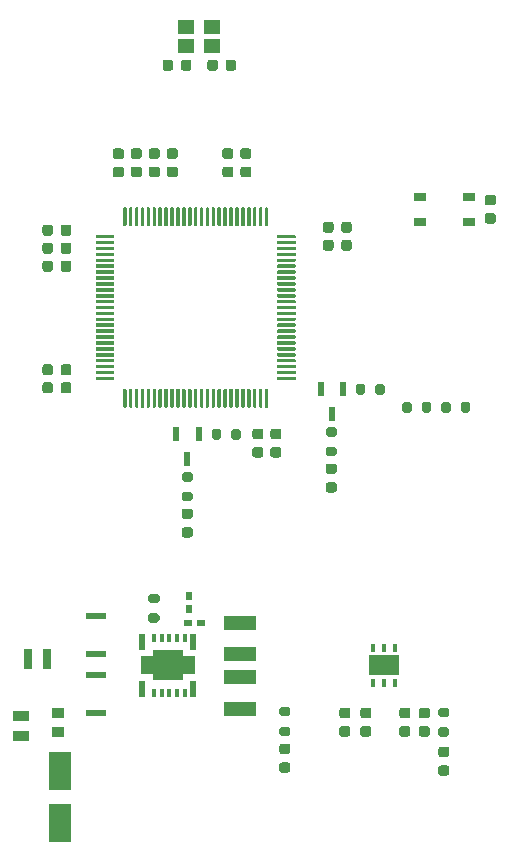
<source format=gbr>
%TF.GenerationSoftware,KiCad,Pcbnew,(5.1.9)-1*%
%TF.CreationDate,2021-03-30T23:29:10-04:00*%
%TF.ProjectId,BasicSTM32,42617369-6353-4544-9d33-322e6b696361,rev?*%
%TF.SameCoordinates,Original*%
%TF.FileFunction,Paste,Top*%
%TF.FilePolarity,Positive*%
%FSLAX46Y46*%
G04 Gerber Fmt 4.6, Leading zero omitted, Abs format (unit mm)*
G04 Created by KiCad (PCBNEW (5.1.9)-1) date 2021-03-30 23:29:10*
%MOMM*%
%LPD*%
G01*
G04 APERTURE LIST*
%ADD10R,2.720000X1.260000*%
%ADD11R,1.820000X0.620000*%
%ADD12R,0.800000X1.800000*%
%ADD13R,1.400000X1.200000*%
%ADD14R,1.050000X0.650000*%
%ADD15R,0.600000X0.750000*%
%ADD16R,0.750000X0.600000*%
%ADD17R,1.000000X0.900000*%
%ADD18R,0.600000X1.300000*%
%ADD19R,2.500000X1.750000*%
%ADD20R,0.400000X0.800000*%
%ADD21R,1.050000X1.500000*%
%ADD22R,2.500000X2.500000*%
%ADD23R,0.500000X1.400000*%
%ADD24R,0.350000X0.700000*%
%ADD25R,1.850000X3.250000*%
%ADD26R,1.470000X0.970000*%
G04 APERTURE END LIST*
%TO.C,C28*%
G36*
G01*
X82800000Y-84397000D02*
X82300000Y-84397000D01*
G75*
G02*
X82075000Y-84172000I0J225000D01*
G01*
X82075000Y-83722000D01*
G75*
G02*
X82300000Y-83497000I225000J0D01*
G01*
X82800000Y-83497000D01*
G75*
G02*
X83025000Y-83722000I0J-225000D01*
G01*
X83025000Y-84172000D01*
G75*
G02*
X82800000Y-84397000I-225000J0D01*
G01*
G37*
G36*
G01*
X82800000Y-85947000D02*
X82300000Y-85947000D01*
G75*
G02*
X82075000Y-85722000I0J225000D01*
G01*
X82075000Y-85272000D01*
G75*
G02*
X82300000Y-85047000I225000J0D01*
G01*
X82800000Y-85047000D01*
G75*
G02*
X83025000Y-85272000I0J-225000D01*
G01*
X83025000Y-85722000D01*
G75*
G02*
X82800000Y-85947000I-225000J0D01*
G01*
G37*
%TD*%
%TO.C,C27*%
G36*
G01*
X84324000Y-84384000D02*
X83824000Y-84384000D01*
G75*
G02*
X83599000Y-84159000I0J225000D01*
G01*
X83599000Y-83709000D01*
G75*
G02*
X83824000Y-83484000I225000J0D01*
G01*
X84324000Y-83484000D01*
G75*
G02*
X84549000Y-83709000I0J-225000D01*
G01*
X84549000Y-84159000D01*
G75*
G02*
X84324000Y-84384000I-225000J0D01*
G01*
G37*
G36*
G01*
X84324000Y-85934000D02*
X83824000Y-85934000D01*
G75*
G02*
X83599000Y-85709000I0J225000D01*
G01*
X83599000Y-85259000D01*
G75*
G02*
X83824000Y-85034000I225000J0D01*
G01*
X84324000Y-85034000D01*
G75*
G02*
X84549000Y-85259000I0J-225000D01*
G01*
X84549000Y-85709000D01*
G75*
G02*
X84324000Y-85934000I-225000J0D01*
G01*
G37*
%TD*%
D10*
%TO.C,C6*%
X92837000Y-126298000D03*
X92837000Y-123638000D03*
%TD*%
%TO.C,C5*%
X92837000Y-128270000D03*
X92837000Y-130930000D03*
%TD*%
D11*
%TO.C,C4*%
X80645000Y-126314000D03*
X80645000Y-123114000D03*
%TD*%
D12*
%TO.C,L1*%
X76530000Y-126746000D03*
X74930000Y-126746000D03*
%TD*%
D13*
%TO.C,Y1*%
X88308000Y-73241000D03*
X90508000Y-73241000D03*
X90508000Y-74841000D03*
X88308000Y-74841000D03*
%TD*%
%TO.C,U1*%
G36*
G01*
X96043000Y-90817000D02*
X97493000Y-90817000D01*
G75*
G02*
X97568000Y-90892000I0J-75000D01*
G01*
X97568000Y-91042000D01*
G75*
G02*
X97493000Y-91117000I-75000J0D01*
G01*
X96043000Y-91117000D01*
G75*
G02*
X95968000Y-91042000I0J75000D01*
G01*
X95968000Y-90892000D01*
G75*
G02*
X96043000Y-90817000I75000J0D01*
G01*
G37*
G36*
G01*
X96043000Y-91317000D02*
X97493000Y-91317000D01*
G75*
G02*
X97568000Y-91392000I0J-75000D01*
G01*
X97568000Y-91542000D01*
G75*
G02*
X97493000Y-91617000I-75000J0D01*
G01*
X96043000Y-91617000D01*
G75*
G02*
X95968000Y-91542000I0J75000D01*
G01*
X95968000Y-91392000D01*
G75*
G02*
X96043000Y-91317000I75000J0D01*
G01*
G37*
G36*
G01*
X96043000Y-91817000D02*
X97493000Y-91817000D01*
G75*
G02*
X97568000Y-91892000I0J-75000D01*
G01*
X97568000Y-92042000D01*
G75*
G02*
X97493000Y-92117000I-75000J0D01*
G01*
X96043000Y-92117000D01*
G75*
G02*
X95968000Y-92042000I0J75000D01*
G01*
X95968000Y-91892000D01*
G75*
G02*
X96043000Y-91817000I75000J0D01*
G01*
G37*
G36*
G01*
X96043000Y-92317000D02*
X97493000Y-92317000D01*
G75*
G02*
X97568000Y-92392000I0J-75000D01*
G01*
X97568000Y-92542000D01*
G75*
G02*
X97493000Y-92617000I-75000J0D01*
G01*
X96043000Y-92617000D01*
G75*
G02*
X95968000Y-92542000I0J75000D01*
G01*
X95968000Y-92392000D01*
G75*
G02*
X96043000Y-92317000I75000J0D01*
G01*
G37*
G36*
G01*
X96043000Y-92817000D02*
X97493000Y-92817000D01*
G75*
G02*
X97568000Y-92892000I0J-75000D01*
G01*
X97568000Y-93042000D01*
G75*
G02*
X97493000Y-93117000I-75000J0D01*
G01*
X96043000Y-93117000D01*
G75*
G02*
X95968000Y-93042000I0J75000D01*
G01*
X95968000Y-92892000D01*
G75*
G02*
X96043000Y-92817000I75000J0D01*
G01*
G37*
G36*
G01*
X96043000Y-93317000D02*
X97493000Y-93317000D01*
G75*
G02*
X97568000Y-93392000I0J-75000D01*
G01*
X97568000Y-93542000D01*
G75*
G02*
X97493000Y-93617000I-75000J0D01*
G01*
X96043000Y-93617000D01*
G75*
G02*
X95968000Y-93542000I0J75000D01*
G01*
X95968000Y-93392000D01*
G75*
G02*
X96043000Y-93317000I75000J0D01*
G01*
G37*
G36*
G01*
X96043000Y-93817000D02*
X97493000Y-93817000D01*
G75*
G02*
X97568000Y-93892000I0J-75000D01*
G01*
X97568000Y-94042000D01*
G75*
G02*
X97493000Y-94117000I-75000J0D01*
G01*
X96043000Y-94117000D01*
G75*
G02*
X95968000Y-94042000I0J75000D01*
G01*
X95968000Y-93892000D01*
G75*
G02*
X96043000Y-93817000I75000J0D01*
G01*
G37*
G36*
G01*
X96043000Y-94317000D02*
X97493000Y-94317000D01*
G75*
G02*
X97568000Y-94392000I0J-75000D01*
G01*
X97568000Y-94542000D01*
G75*
G02*
X97493000Y-94617000I-75000J0D01*
G01*
X96043000Y-94617000D01*
G75*
G02*
X95968000Y-94542000I0J75000D01*
G01*
X95968000Y-94392000D01*
G75*
G02*
X96043000Y-94317000I75000J0D01*
G01*
G37*
G36*
G01*
X96043000Y-94817000D02*
X97493000Y-94817000D01*
G75*
G02*
X97568000Y-94892000I0J-75000D01*
G01*
X97568000Y-95042000D01*
G75*
G02*
X97493000Y-95117000I-75000J0D01*
G01*
X96043000Y-95117000D01*
G75*
G02*
X95968000Y-95042000I0J75000D01*
G01*
X95968000Y-94892000D01*
G75*
G02*
X96043000Y-94817000I75000J0D01*
G01*
G37*
G36*
G01*
X96043000Y-95317000D02*
X97493000Y-95317000D01*
G75*
G02*
X97568000Y-95392000I0J-75000D01*
G01*
X97568000Y-95542000D01*
G75*
G02*
X97493000Y-95617000I-75000J0D01*
G01*
X96043000Y-95617000D01*
G75*
G02*
X95968000Y-95542000I0J75000D01*
G01*
X95968000Y-95392000D01*
G75*
G02*
X96043000Y-95317000I75000J0D01*
G01*
G37*
G36*
G01*
X96043000Y-95817000D02*
X97493000Y-95817000D01*
G75*
G02*
X97568000Y-95892000I0J-75000D01*
G01*
X97568000Y-96042000D01*
G75*
G02*
X97493000Y-96117000I-75000J0D01*
G01*
X96043000Y-96117000D01*
G75*
G02*
X95968000Y-96042000I0J75000D01*
G01*
X95968000Y-95892000D01*
G75*
G02*
X96043000Y-95817000I75000J0D01*
G01*
G37*
G36*
G01*
X96043000Y-96317000D02*
X97493000Y-96317000D01*
G75*
G02*
X97568000Y-96392000I0J-75000D01*
G01*
X97568000Y-96542000D01*
G75*
G02*
X97493000Y-96617000I-75000J0D01*
G01*
X96043000Y-96617000D01*
G75*
G02*
X95968000Y-96542000I0J75000D01*
G01*
X95968000Y-96392000D01*
G75*
G02*
X96043000Y-96317000I75000J0D01*
G01*
G37*
G36*
G01*
X96043000Y-96817000D02*
X97493000Y-96817000D01*
G75*
G02*
X97568000Y-96892000I0J-75000D01*
G01*
X97568000Y-97042000D01*
G75*
G02*
X97493000Y-97117000I-75000J0D01*
G01*
X96043000Y-97117000D01*
G75*
G02*
X95968000Y-97042000I0J75000D01*
G01*
X95968000Y-96892000D01*
G75*
G02*
X96043000Y-96817000I75000J0D01*
G01*
G37*
G36*
G01*
X96043000Y-97317000D02*
X97493000Y-97317000D01*
G75*
G02*
X97568000Y-97392000I0J-75000D01*
G01*
X97568000Y-97542000D01*
G75*
G02*
X97493000Y-97617000I-75000J0D01*
G01*
X96043000Y-97617000D01*
G75*
G02*
X95968000Y-97542000I0J75000D01*
G01*
X95968000Y-97392000D01*
G75*
G02*
X96043000Y-97317000I75000J0D01*
G01*
G37*
G36*
G01*
X96043000Y-97817000D02*
X97493000Y-97817000D01*
G75*
G02*
X97568000Y-97892000I0J-75000D01*
G01*
X97568000Y-98042000D01*
G75*
G02*
X97493000Y-98117000I-75000J0D01*
G01*
X96043000Y-98117000D01*
G75*
G02*
X95968000Y-98042000I0J75000D01*
G01*
X95968000Y-97892000D01*
G75*
G02*
X96043000Y-97817000I75000J0D01*
G01*
G37*
G36*
G01*
X96043000Y-98317000D02*
X97493000Y-98317000D01*
G75*
G02*
X97568000Y-98392000I0J-75000D01*
G01*
X97568000Y-98542000D01*
G75*
G02*
X97493000Y-98617000I-75000J0D01*
G01*
X96043000Y-98617000D01*
G75*
G02*
X95968000Y-98542000I0J75000D01*
G01*
X95968000Y-98392000D01*
G75*
G02*
X96043000Y-98317000I75000J0D01*
G01*
G37*
G36*
G01*
X96043000Y-98817000D02*
X97493000Y-98817000D01*
G75*
G02*
X97568000Y-98892000I0J-75000D01*
G01*
X97568000Y-99042000D01*
G75*
G02*
X97493000Y-99117000I-75000J0D01*
G01*
X96043000Y-99117000D01*
G75*
G02*
X95968000Y-99042000I0J75000D01*
G01*
X95968000Y-98892000D01*
G75*
G02*
X96043000Y-98817000I75000J0D01*
G01*
G37*
G36*
G01*
X96043000Y-99317000D02*
X97493000Y-99317000D01*
G75*
G02*
X97568000Y-99392000I0J-75000D01*
G01*
X97568000Y-99542000D01*
G75*
G02*
X97493000Y-99617000I-75000J0D01*
G01*
X96043000Y-99617000D01*
G75*
G02*
X95968000Y-99542000I0J75000D01*
G01*
X95968000Y-99392000D01*
G75*
G02*
X96043000Y-99317000I75000J0D01*
G01*
G37*
G36*
G01*
X96043000Y-99817000D02*
X97493000Y-99817000D01*
G75*
G02*
X97568000Y-99892000I0J-75000D01*
G01*
X97568000Y-100042000D01*
G75*
G02*
X97493000Y-100117000I-75000J0D01*
G01*
X96043000Y-100117000D01*
G75*
G02*
X95968000Y-100042000I0J75000D01*
G01*
X95968000Y-99892000D01*
G75*
G02*
X96043000Y-99817000I75000J0D01*
G01*
G37*
G36*
G01*
X96043000Y-100317000D02*
X97493000Y-100317000D01*
G75*
G02*
X97568000Y-100392000I0J-75000D01*
G01*
X97568000Y-100542000D01*
G75*
G02*
X97493000Y-100617000I-75000J0D01*
G01*
X96043000Y-100617000D01*
G75*
G02*
X95968000Y-100542000I0J75000D01*
G01*
X95968000Y-100392000D01*
G75*
G02*
X96043000Y-100317000I75000J0D01*
G01*
G37*
G36*
G01*
X96043000Y-100817000D02*
X97493000Y-100817000D01*
G75*
G02*
X97568000Y-100892000I0J-75000D01*
G01*
X97568000Y-101042000D01*
G75*
G02*
X97493000Y-101117000I-75000J0D01*
G01*
X96043000Y-101117000D01*
G75*
G02*
X95968000Y-101042000I0J75000D01*
G01*
X95968000Y-100892000D01*
G75*
G02*
X96043000Y-100817000I75000J0D01*
G01*
G37*
G36*
G01*
X96043000Y-101317000D02*
X97493000Y-101317000D01*
G75*
G02*
X97568000Y-101392000I0J-75000D01*
G01*
X97568000Y-101542000D01*
G75*
G02*
X97493000Y-101617000I-75000J0D01*
G01*
X96043000Y-101617000D01*
G75*
G02*
X95968000Y-101542000I0J75000D01*
G01*
X95968000Y-101392000D01*
G75*
G02*
X96043000Y-101317000I75000J0D01*
G01*
G37*
G36*
G01*
X96043000Y-101817000D02*
X97493000Y-101817000D01*
G75*
G02*
X97568000Y-101892000I0J-75000D01*
G01*
X97568000Y-102042000D01*
G75*
G02*
X97493000Y-102117000I-75000J0D01*
G01*
X96043000Y-102117000D01*
G75*
G02*
X95968000Y-102042000I0J75000D01*
G01*
X95968000Y-101892000D01*
G75*
G02*
X96043000Y-101817000I75000J0D01*
G01*
G37*
G36*
G01*
X96043000Y-102317000D02*
X97493000Y-102317000D01*
G75*
G02*
X97568000Y-102392000I0J-75000D01*
G01*
X97568000Y-102542000D01*
G75*
G02*
X97493000Y-102617000I-75000J0D01*
G01*
X96043000Y-102617000D01*
G75*
G02*
X95968000Y-102542000I0J75000D01*
G01*
X95968000Y-102392000D01*
G75*
G02*
X96043000Y-102317000I75000J0D01*
G01*
G37*
G36*
G01*
X96043000Y-102817000D02*
X97493000Y-102817000D01*
G75*
G02*
X97568000Y-102892000I0J-75000D01*
G01*
X97568000Y-103042000D01*
G75*
G02*
X97493000Y-103117000I-75000J0D01*
G01*
X96043000Y-103117000D01*
G75*
G02*
X95968000Y-103042000I0J75000D01*
G01*
X95968000Y-102892000D01*
G75*
G02*
X96043000Y-102817000I75000J0D01*
G01*
G37*
G36*
G01*
X95018000Y-103842000D02*
X95168000Y-103842000D01*
G75*
G02*
X95243000Y-103917000I0J-75000D01*
G01*
X95243000Y-105367000D01*
G75*
G02*
X95168000Y-105442000I-75000J0D01*
G01*
X95018000Y-105442000D01*
G75*
G02*
X94943000Y-105367000I0J75000D01*
G01*
X94943000Y-103917000D01*
G75*
G02*
X95018000Y-103842000I75000J0D01*
G01*
G37*
G36*
G01*
X94518000Y-103842000D02*
X94668000Y-103842000D01*
G75*
G02*
X94743000Y-103917000I0J-75000D01*
G01*
X94743000Y-105367000D01*
G75*
G02*
X94668000Y-105442000I-75000J0D01*
G01*
X94518000Y-105442000D01*
G75*
G02*
X94443000Y-105367000I0J75000D01*
G01*
X94443000Y-103917000D01*
G75*
G02*
X94518000Y-103842000I75000J0D01*
G01*
G37*
G36*
G01*
X94018000Y-103842000D02*
X94168000Y-103842000D01*
G75*
G02*
X94243000Y-103917000I0J-75000D01*
G01*
X94243000Y-105367000D01*
G75*
G02*
X94168000Y-105442000I-75000J0D01*
G01*
X94018000Y-105442000D01*
G75*
G02*
X93943000Y-105367000I0J75000D01*
G01*
X93943000Y-103917000D01*
G75*
G02*
X94018000Y-103842000I75000J0D01*
G01*
G37*
G36*
G01*
X93518000Y-103842000D02*
X93668000Y-103842000D01*
G75*
G02*
X93743000Y-103917000I0J-75000D01*
G01*
X93743000Y-105367000D01*
G75*
G02*
X93668000Y-105442000I-75000J0D01*
G01*
X93518000Y-105442000D01*
G75*
G02*
X93443000Y-105367000I0J75000D01*
G01*
X93443000Y-103917000D01*
G75*
G02*
X93518000Y-103842000I75000J0D01*
G01*
G37*
G36*
G01*
X93018000Y-103842000D02*
X93168000Y-103842000D01*
G75*
G02*
X93243000Y-103917000I0J-75000D01*
G01*
X93243000Y-105367000D01*
G75*
G02*
X93168000Y-105442000I-75000J0D01*
G01*
X93018000Y-105442000D01*
G75*
G02*
X92943000Y-105367000I0J75000D01*
G01*
X92943000Y-103917000D01*
G75*
G02*
X93018000Y-103842000I75000J0D01*
G01*
G37*
G36*
G01*
X92518000Y-103842000D02*
X92668000Y-103842000D01*
G75*
G02*
X92743000Y-103917000I0J-75000D01*
G01*
X92743000Y-105367000D01*
G75*
G02*
X92668000Y-105442000I-75000J0D01*
G01*
X92518000Y-105442000D01*
G75*
G02*
X92443000Y-105367000I0J75000D01*
G01*
X92443000Y-103917000D01*
G75*
G02*
X92518000Y-103842000I75000J0D01*
G01*
G37*
G36*
G01*
X92018000Y-103842000D02*
X92168000Y-103842000D01*
G75*
G02*
X92243000Y-103917000I0J-75000D01*
G01*
X92243000Y-105367000D01*
G75*
G02*
X92168000Y-105442000I-75000J0D01*
G01*
X92018000Y-105442000D01*
G75*
G02*
X91943000Y-105367000I0J75000D01*
G01*
X91943000Y-103917000D01*
G75*
G02*
X92018000Y-103842000I75000J0D01*
G01*
G37*
G36*
G01*
X91518000Y-103842000D02*
X91668000Y-103842000D01*
G75*
G02*
X91743000Y-103917000I0J-75000D01*
G01*
X91743000Y-105367000D01*
G75*
G02*
X91668000Y-105442000I-75000J0D01*
G01*
X91518000Y-105442000D01*
G75*
G02*
X91443000Y-105367000I0J75000D01*
G01*
X91443000Y-103917000D01*
G75*
G02*
X91518000Y-103842000I75000J0D01*
G01*
G37*
G36*
G01*
X91018000Y-103842000D02*
X91168000Y-103842000D01*
G75*
G02*
X91243000Y-103917000I0J-75000D01*
G01*
X91243000Y-105367000D01*
G75*
G02*
X91168000Y-105442000I-75000J0D01*
G01*
X91018000Y-105442000D01*
G75*
G02*
X90943000Y-105367000I0J75000D01*
G01*
X90943000Y-103917000D01*
G75*
G02*
X91018000Y-103842000I75000J0D01*
G01*
G37*
G36*
G01*
X90518000Y-103842000D02*
X90668000Y-103842000D01*
G75*
G02*
X90743000Y-103917000I0J-75000D01*
G01*
X90743000Y-105367000D01*
G75*
G02*
X90668000Y-105442000I-75000J0D01*
G01*
X90518000Y-105442000D01*
G75*
G02*
X90443000Y-105367000I0J75000D01*
G01*
X90443000Y-103917000D01*
G75*
G02*
X90518000Y-103842000I75000J0D01*
G01*
G37*
G36*
G01*
X90018000Y-103842000D02*
X90168000Y-103842000D01*
G75*
G02*
X90243000Y-103917000I0J-75000D01*
G01*
X90243000Y-105367000D01*
G75*
G02*
X90168000Y-105442000I-75000J0D01*
G01*
X90018000Y-105442000D01*
G75*
G02*
X89943000Y-105367000I0J75000D01*
G01*
X89943000Y-103917000D01*
G75*
G02*
X90018000Y-103842000I75000J0D01*
G01*
G37*
G36*
G01*
X89518000Y-103842000D02*
X89668000Y-103842000D01*
G75*
G02*
X89743000Y-103917000I0J-75000D01*
G01*
X89743000Y-105367000D01*
G75*
G02*
X89668000Y-105442000I-75000J0D01*
G01*
X89518000Y-105442000D01*
G75*
G02*
X89443000Y-105367000I0J75000D01*
G01*
X89443000Y-103917000D01*
G75*
G02*
X89518000Y-103842000I75000J0D01*
G01*
G37*
G36*
G01*
X89018000Y-103842000D02*
X89168000Y-103842000D01*
G75*
G02*
X89243000Y-103917000I0J-75000D01*
G01*
X89243000Y-105367000D01*
G75*
G02*
X89168000Y-105442000I-75000J0D01*
G01*
X89018000Y-105442000D01*
G75*
G02*
X88943000Y-105367000I0J75000D01*
G01*
X88943000Y-103917000D01*
G75*
G02*
X89018000Y-103842000I75000J0D01*
G01*
G37*
G36*
G01*
X88518000Y-103842000D02*
X88668000Y-103842000D01*
G75*
G02*
X88743000Y-103917000I0J-75000D01*
G01*
X88743000Y-105367000D01*
G75*
G02*
X88668000Y-105442000I-75000J0D01*
G01*
X88518000Y-105442000D01*
G75*
G02*
X88443000Y-105367000I0J75000D01*
G01*
X88443000Y-103917000D01*
G75*
G02*
X88518000Y-103842000I75000J0D01*
G01*
G37*
G36*
G01*
X88018000Y-103842000D02*
X88168000Y-103842000D01*
G75*
G02*
X88243000Y-103917000I0J-75000D01*
G01*
X88243000Y-105367000D01*
G75*
G02*
X88168000Y-105442000I-75000J0D01*
G01*
X88018000Y-105442000D01*
G75*
G02*
X87943000Y-105367000I0J75000D01*
G01*
X87943000Y-103917000D01*
G75*
G02*
X88018000Y-103842000I75000J0D01*
G01*
G37*
G36*
G01*
X87518000Y-103842000D02*
X87668000Y-103842000D01*
G75*
G02*
X87743000Y-103917000I0J-75000D01*
G01*
X87743000Y-105367000D01*
G75*
G02*
X87668000Y-105442000I-75000J0D01*
G01*
X87518000Y-105442000D01*
G75*
G02*
X87443000Y-105367000I0J75000D01*
G01*
X87443000Y-103917000D01*
G75*
G02*
X87518000Y-103842000I75000J0D01*
G01*
G37*
G36*
G01*
X87018000Y-103842000D02*
X87168000Y-103842000D01*
G75*
G02*
X87243000Y-103917000I0J-75000D01*
G01*
X87243000Y-105367000D01*
G75*
G02*
X87168000Y-105442000I-75000J0D01*
G01*
X87018000Y-105442000D01*
G75*
G02*
X86943000Y-105367000I0J75000D01*
G01*
X86943000Y-103917000D01*
G75*
G02*
X87018000Y-103842000I75000J0D01*
G01*
G37*
G36*
G01*
X86518000Y-103842000D02*
X86668000Y-103842000D01*
G75*
G02*
X86743000Y-103917000I0J-75000D01*
G01*
X86743000Y-105367000D01*
G75*
G02*
X86668000Y-105442000I-75000J0D01*
G01*
X86518000Y-105442000D01*
G75*
G02*
X86443000Y-105367000I0J75000D01*
G01*
X86443000Y-103917000D01*
G75*
G02*
X86518000Y-103842000I75000J0D01*
G01*
G37*
G36*
G01*
X86018000Y-103842000D02*
X86168000Y-103842000D01*
G75*
G02*
X86243000Y-103917000I0J-75000D01*
G01*
X86243000Y-105367000D01*
G75*
G02*
X86168000Y-105442000I-75000J0D01*
G01*
X86018000Y-105442000D01*
G75*
G02*
X85943000Y-105367000I0J75000D01*
G01*
X85943000Y-103917000D01*
G75*
G02*
X86018000Y-103842000I75000J0D01*
G01*
G37*
G36*
G01*
X85518000Y-103842000D02*
X85668000Y-103842000D01*
G75*
G02*
X85743000Y-103917000I0J-75000D01*
G01*
X85743000Y-105367000D01*
G75*
G02*
X85668000Y-105442000I-75000J0D01*
G01*
X85518000Y-105442000D01*
G75*
G02*
X85443000Y-105367000I0J75000D01*
G01*
X85443000Y-103917000D01*
G75*
G02*
X85518000Y-103842000I75000J0D01*
G01*
G37*
G36*
G01*
X85018000Y-103842000D02*
X85168000Y-103842000D01*
G75*
G02*
X85243000Y-103917000I0J-75000D01*
G01*
X85243000Y-105367000D01*
G75*
G02*
X85168000Y-105442000I-75000J0D01*
G01*
X85018000Y-105442000D01*
G75*
G02*
X84943000Y-105367000I0J75000D01*
G01*
X84943000Y-103917000D01*
G75*
G02*
X85018000Y-103842000I75000J0D01*
G01*
G37*
G36*
G01*
X84518000Y-103842000D02*
X84668000Y-103842000D01*
G75*
G02*
X84743000Y-103917000I0J-75000D01*
G01*
X84743000Y-105367000D01*
G75*
G02*
X84668000Y-105442000I-75000J0D01*
G01*
X84518000Y-105442000D01*
G75*
G02*
X84443000Y-105367000I0J75000D01*
G01*
X84443000Y-103917000D01*
G75*
G02*
X84518000Y-103842000I75000J0D01*
G01*
G37*
G36*
G01*
X84018000Y-103842000D02*
X84168000Y-103842000D01*
G75*
G02*
X84243000Y-103917000I0J-75000D01*
G01*
X84243000Y-105367000D01*
G75*
G02*
X84168000Y-105442000I-75000J0D01*
G01*
X84018000Y-105442000D01*
G75*
G02*
X83943000Y-105367000I0J75000D01*
G01*
X83943000Y-103917000D01*
G75*
G02*
X84018000Y-103842000I75000J0D01*
G01*
G37*
G36*
G01*
X83518000Y-103842000D02*
X83668000Y-103842000D01*
G75*
G02*
X83743000Y-103917000I0J-75000D01*
G01*
X83743000Y-105367000D01*
G75*
G02*
X83668000Y-105442000I-75000J0D01*
G01*
X83518000Y-105442000D01*
G75*
G02*
X83443000Y-105367000I0J75000D01*
G01*
X83443000Y-103917000D01*
G75*
G02*
X83518000Y-103842000I75000J0D01*
G01*
G37*
G36*
G01*
X83018000Y-103842000D02*
X83168000Y-103842000D01*
G75*
G02*
X83243000Y-103917000I0J-75000D01*
G01*
X83243000Y-105367000D01*
G75*
G02*
X83168000Y-105442000I-75000J0D01*
G01*
X83018000Y-105442000D01*
G75*
G02*
X82943000Y-105367000I0J75000D01*
G01*
X82943000Y-103917000D01*
G75*
G02*
X83018000Y-103842000I75000J0D01*
G01*
G37*
G36*
G01*
X80693000Y-102817000D02*
X82143000Y-102817000D01*
G75*
G02*
X82218000Y-102892000I0J-75000D01*
G01*
X82218000Y-103042000D01*
G75*
G02*
X82143000Y-103117000I-75000J0D01*
G01*
X80693000Y-103117000D01*
G75*
G02*
X80618000Y-103042000I0J75000D01*
G01*
X80618000Y-102892000D01*
G75*
G02*
X80693000Y-102817000I75000J0D01*
G01*
G37*
G36*
G01*
X80693000Y-102317000D02*
X82143000Y-102317000D01*
G75*
G02*
X82218000Y-102392000I0J-75000D01*
G01*
X82218000Y-102542000D01*
G75*
G02*
X82143000Y-102617000I-75000J0D01*
G01*
X80693000Y-102617000D01*
G75*
G02*
X80618000Y-102542000I0J75000D01*
G01*
X80618000Y-102392000D01*
G75*
G02*
X80693000Y-102317000I75000J0D01*
G01*
G37*
G36*
G01*
X80693000Y-101817000D02*
X82143000Y-101817000D01*
G75*
G02*
X82218000Y-101892000I0J-75000D01*
G01*
X82218000Y-102042000D01*
G75*
G02*
X82143000Y-102117000I-75000J0D01*
G01*
X80693000Y-102117000D01*
G75*
G02*
X80618000Y-102042000I0J75000D01*
G01*
X80618000Y-101892000D01*
G75*
G02*
X80693000Y-101817000I75000J0D01*
G01*
G37*
G36*
G01*
X80693000Y-101317000D02*
X82143000Y-101317000D01*
G75*
G02*
X82218000Y-101392000I0J-75000D01*
G01*
X82218000Y-101542000D01*
G75*
G02*
X82143000Y-101617000I-75000J0D01*
G01*
X80693000Y-101617000D01*
G75*
G02*
X80618000Y-101542000I0J75000D01*
G01*
X80618000Y-101392000D01*
G75*
G02*
X80693000Y-101317000I75000J0D01*
G01*
G37*
G36*
G01*
X80693000Y-100817000D02*
X82143000Y-100817000D01*
G75*
G02*
X82218000Y-100892000I0J-75000D01*
G01*
X82218000Y-101042000D01*
G75*
G02*
X82143000Y-101117000I-75000J0D01*
G01*
X80693000Y-101117000D01*
G75*
G02*
X80618000Y-101042000I0J75000D01*
G01*
X80618000Y-100892000D01*
G75*
G02*
X80693000Y-100817000I75000J0D01*
G01*
G37*
G36*
G01*
X80693000Y-100317000D02*
X82143000Y-100317000D01*
G75*
G02*
X82218000Y-100392000I0J-75000D01*
G01*
X82218000Y-100542000D01*
G75*
G02*
X82143000Y-100617000I-75000J0D01*
G01*
X80693000Y-100617000D01*
G75*
G02*
X80618000Y-100542000I0J75000D01*
G01*
X80618000Y-100392000D01*
G75*
G02*
X80693000Y-100317000I75000J0D01*
G01*
G37*
G36*
G01*
X80693000Y-99817000D02*
X82143000Y-99817000D01*
G75*
G02*
X82218000Y-99892000I0J-75000D01*
G01*
X82218000Y-100042000D01*
G75*
G02*
X82143000Y-100117000I-75000J0D01*
G01*
X80693000Y-100117000D01*
G75*
G02*
X80618000Y-100042000I0J75000D01*
G01*
X80618000Y-99892000D01*
G75*
G02*
X80693000Y-99817000I75000J0D01*
G01*
G37*
G36*
G01*
X80693000Y-99317000D02*
X82143000Y-99317000D01*
G75*
G02*
X82218000Y-99392000I0J-75000D01*
G01*
X82218000Y-99542000D01*
G75*
G02*
X82143000Y-99617000I-75000J0D01*
G01*
X80693000Y-99617000D01*
G75*
G02*
X80618000Y-99542000I0J75000D01*
G01*
X80618000Y-99392000D01*
G75*
G02*
X80693000Y-99317000I75000J0D01*
G01*
G37*
G36*
G01*
X80693000Y-98817000D02*
X82143000Y-98817000D01*
G75*
G02*
X82218000Y-98892000I0J-75000D01*
G01*
X82218000Y-99042000D01*
G75*
G02*
X82143000Y-99117000I-75000J0D01*
G01*
X80693000Y-99117000D01*
G75*
G02*
X80618000Y-99042000I0J75000D01*
G01*
X80618000Y-98892000D01*
G75*
G02*
X80693000Y-98817000I75000J0D01*
G01*
G37*
G36*
G01*
X80693000Y-98317000D02*
X82143000Y-98317000D01*
G75*
G02*
X82218000Y-98392000I0J-75000D01*
G01*
X82218000Y-98542000D01*
G75*
G02*
X82143000Y-98617000I-75000J0D01*
G01*
X80693000Y-98617000D01*
G75*
G02*
X80618000Y-98542000I0J75000D01*
G01*
X80618000Y-98392000D01*
G75*
G02*
X80693000Y-98317000I75000J0D01*
G01*
G37*
G36*
G01*
X80693000Y-97817000D02*
X82143000Y-97817000D01*
G75*
G02*
X82218000Y-97892000I0J-75000D01*
G01*
X82218000Y-98042000D01*
G75*
G02*
X82143000Y-98117000I-75000J0D01*
G01*
X80693000Y-98117000D01*
G75*
G02*
X80618000Y-98042000I0J75000D01*
G01*
X80618000Y-97892000D01*
G75*
G02*
X80693000Y-97817000I75000J0D01*
G01*
G37*
G36*
G01*
X80693000Y-97317000D02*
X82143000Y-97317000D01*
G75*
G02*
X82218000Y-97392000I0J-75000D01*
G01*
X82218000Y-97542000D01*
G75*
G02*
X82143000Y-97617000I-75000J0D01*
G01*
X80693000Y-97617000D01*
G75*
G02*
X80618000Y-97542000I0J75000D01*
G01*
X80618000Y-97392000D01*
G75*
G02*
X80693000Y-97317000I75000J0D01*
G01*
G37*
G36*
G01*
X80693000Y-96817000D02*
X82143000Y-96817000D01*
G75*
G02*
X82218000Y-96892000I0J-75000D01*
G01*
X82218000Y-97042000D01*
G75*
G02*
X82143000Y-97117000I-75000J0D01*
G01*
X80693000Y-97117000D01*
G75*
G02*
X80618000Y-97042000I0J75000D01*
G01*
X80618000Y-96892000D01*
G75*
G02*
X80693000Y-96817000I75000J0D01*
G01*
G37*
G36*
G01*
X80693000Y-96317000D02*
X82143000Y-96317000D01*
G75*
G02*
X82218000Y-96392000I0J-75000D01*
G01*
X82218000Y-96542000D01*
G75*
G02*
X82143000Y-96617000I-75000J0D01*
G01*
X80693000Y-96617000D01*
G75*
G02*
X80618000Y-96542000I0J75000D01*
G01*
X80618000Y-96392000D01*
G75*
G02*
X80693000Y-96317000I75000J0D01*
G01*
G37*
G36*
G01*
X80693000Y-95817000D02*
X82143000Y-95817000D01*
G75*
G02*
X82218000Y-95892000I0J-75000D01*
G01*
X82218000Y-96042000D01*
G75*
G02*
X82143000Y-96117000I-75000J0D01*
G01*
X80693000Y-96117000D01*
G75*
G02*
X80618000Y-96042000I0J75000D01*
G01*
X80618000Y-95892000D01*
G75*
G02*
X80693000Y-95817000I75000J0D01*
G01*
G37*
G36*
G01*
X80693000Y-95317000D02*
X82143000Y-95317000D01*
G75*
G02*
X82218000Y-95392000I0J-75000D01*
G01*
X82218000Y-95542000D01*
G75*
G02*
X82143000Y-95617000I-75000J0D01*
G01*
X80693000Y-95617000D01*
G75*
G02*
X80618000Y-95542000I0J75000D01*
G01*
X80618000Y-95392000D01*
G75*
G02*
X80693000Y-95317000I75000J0D01*
G01*
G37*
G36*
G01*
X80693000Y-94817000D02*
X82143000Y-94817000D01*
G75*
G02*
X82218000Y-94892000I0J-75000D01*
G01*
X82218000Y-95042000D01*
G75*
G02*
X82143000Y-95117000I-75000J0D01*
G01*
X80693000Y-95117000D01*
G75*
G02*
X80618000Y-95042000I0J75000D01*
G01*
X80618000Y-94892000D01*
G75*
G02*
X80693000Y-94817000I75000J0D01*
G01*
G37*
G36*
G01*
X80693000Y-94317000D02*
X82143000Y-94317000D01*
G75*
G02*
X82218000Y-94392000I0J-75000D01*
G01*
X82218000Y-94542000D01*
G75*
G02*
X82143000Y-94617000I-75000J0D01*
G01*
X80693000Y-94617000D01*
G75*
G02*
X80618000Y-94542000I0J75000D01*
G01*
X80618000Y-94392000D01*
G75*
G02*
X80693000Y-94317000I75000J0D01*
G01*
G37*
G36*
G01*
X80693000Y-93817000D02*
X82143000Y-93817000D01*
G75*
G02*
X82218000Y-93892000I0J-75000D01*
G01*
X82218000Y-94042000D01*
G75*
G02*
X82143000Y-94117000I-75000J0D01*
G01*
X80693000Y-94117000D01*
G75*
G02*
X80618000Y-94042000I0J75000D01*
G01*
X80618000Y-93892000D01*
G75*
G02*
X80693000Y-93817000I75000J0D01*
G01*
G37*
G36*
G01*
X80693000Y-93317000D02*
X82143000Y-93317000D01*
G75*
G02*
X82218000Y-93392000I0J-75000D01*
G01*
X82218000Y-93542000D01*
G75*
G02*
X82143000Y-93617000I-75000J0D01*
G01*
X80693000Y-93617000D01*
G75*
G02*
X80618000Y-93542000I0J75000D01*
G01*
X80618000Y-93392000D01*
G75*
G02*
X80693000Y-93317000I75000J0D01*
G01*
G37*
G36*
G01*
X80693000Y-92817000D02*
X82143000Y-92817000D01*
G75*
G02*
X82218000Y-92892000I0J-75000D01*
G01*
X82218000Y-93042000D01*
G75*
G02*
X82143000Y-93117000I-75000J0D01*
G01*
X80693000Y-93117000D01*
G75*
G02*
X80618000Y-93042000I0J75000D01*
G01*
X80618000Y-92892000D01*
G75*
G02*
X80693000Y-92817000I75000J0D01*
G01*
G37*
G36*
G01*
X80693000Y-92317000D02*
X82143000Y-92317000D01*
G75*
G02*
X82218000Y-92392000I0J-75000D01*
G01*
X82218000Y-92542000D01*
G75*
G02*
X82143000Y-92617000I-75000J0D01*
G01*
X80693000Y-92617000D01*
G75*
G02*
X80618000Y-92542000I0J75000D01*
G01*
X80618000Y-92392000D01*
G75*
G02*
X80693000Y-92317000I75000J0D01*
G01*
G37*
G36*
G01*
X80693000Y-91817000D02*
X82143000Y-91817000D01*
G75*
G02*
X82218000Y-91892000I0J-75000D01*
G01*
X82218000Y-92042000D01*
G75*
G02*
X82143000Y-92117000I-75000J0D01*
G01*
X80693000Y-92117000D01*
G75*
G02*
X80618000Y-92042000I0J75000D01*
G01*
X80618000Y-91892000D01*
G75*
G02*
X80693000Y-91817000I75000J0D01*
G01*
G37*
G36*
G01*
X80693000Y-91317000D02*
X82143000Y-91317000D01*
G75*
G02*
X82218000Y-91392000I0J-75000D01*
G01*
X82218000Y-91542000D01*
G75*
G02*
X82143000Y-91617000I-75000J0D01*
G01*
X80693000Y-91617000D01*
G75*
G02*
X80618000Y-91542000I0J75000D01*
G01*
X80618000Y-91392000D01*
G75*
G02*
X80693000Y-91317000I75000J0D01*
G01*
G37*
G36*
G01*
X80693000Y-90817000D02*
X82143000Y-90817000D01*
G75*
G02*
X82218000Y-90892000I0J-75000D01*
G01*
X82218000Y-91042000D01*
G75*
G02*
X82143000Y-91117000I-75000J0D01*
G01*
X80693000Y-91117000D01*
G75*
G02*
X80618000Y-91042000I0J75000D01*
G01*
X80618000Y-90892000D01*
G75*
G02*
X80693000Y-90817000I75000J0D01*
G01*
G37*
G36*
G01*
X83018000Y-88492000D02*
X83168000Y-88492000D01*
G75*
G02*
X83243000Y-88567000I0J-75000D01*
G01*
X83243000Y-90017000D01*
G75*
G02*
X83168000Y-90092000I-75000J0D01*
G01*
X83018000Y-90092000D01*
G75*
G02*
X82943000Y-90017000I0J75000D01*
G01*
X82943000Y-88567000D01*
G75*
G02*
X83018000Y-88492000I75000J0D01*
G01*
G37*
G36*
G01*
X83518000Y-88492000D02*
X83668000Y-88492000D01*
G75*
G02*
X83743000Y-88567000I0J-75000D01*
G01*
X83743000Y-90017000D01*
G75*
G02*
X83668000Y-90092000I-75000J0D01*
G01*
X83518000Y-90092000D01*
G75*
G02*
X83443000Y-90017000I0J75000D01*
G01*
X83443000Y-88567000D01*
G75*
G02*
X83518000Y-88492000I75000J0D01*
G01*
G37*
G36*
G01*
X84018000Y-88492000D02*
X84168000Y-88492000D01*
G75*
G02*
X84243000Y-88567000I0J-75000D01*
G01*
X84243000Y-90017000D01*
G75*
G02*
X84168000Y-90092000I-75000J0D01*
G01*
X84018000Y-90092000D01*
G75*
G02*
X83943000Y-90017000I0J75000D01*
G01*
X83943000Y-88567000D01*
G75*
G02*
X84018000Y-88492000I75000J0D01*
G01*
G37*
G36*
G01*
X84518000Y-88492000D02*
X84668000Y-88492000D01*
G75*
G02*
X84743000Y-88567000I0J-75000D01*
G01*
X84743000Y-90017000D01*
G75*
G02*
X84668000Y-90092000I-75000J0D01*
G01*
X84518000Y-90092000D01*
G75*
G02*
X84443000Y-90017000I0J75000D01*
G01*
X84443000Y-88567000D01*
G75*
G02*
X84518000Y-88492000I75000J0D01*
G01*
G37*
G36*
G01*
X85018000Y-88492000D02*
X85168000Y-88492000D01*
G75*
G02*
X85243000Y-88567000I0J-75000D01*
G01*
X85243000Y-90017000D01*
G75*
G02*
X85168000Y-90092000I-75000J0D01*
G01*
X85018000Y-90092000D01*
G75*
G02*
X84943000Y-90017000I0J75000D01*
G01*
X84943000Y-88567000D01*
G75*
G02*
X85018000Y-88492000I75000J0D01*
G01*
G37*
G36*
G01*
X85518000Y-88492000D02*
X85668000Y-88492000D01*
G75*
G02*
X85743000Y-88567000I0J-75000D01*
G01*
X85743000Y-90017000D01*
G75*
G02*
X85668000Y-90092000I-75000J0D01*
G01*
X85518000Y-90092000D01*
G75*
G02*
X85443000Y-90017000I0J75000D01*
G01*
X85443000Y-88567000D01*
G75*
G02*
X85518000Y-88492000I75000J0D01*
G01*
G37*
G36*
G01*
X86018000Y-88492000D02*
X86168000Y-88492000D01*
G75*
G02*
X86243000Y-88567000I0J-75000D01*
G01*
X86243000Y-90017000D01*
G75*
G02*
X86168000Y-90092000I-75000J0D01*
G01*
X86018000Y-90092000D01*
G75*
G02*
X85943000Y-90017000I0J75000D01*
G01*
X85943000Y-88567000D01*
G75*
G02*
X86018000Y-88492000I75000J0D01*
G01*
G37*
G36*
G01*
X86518000Y-88492000D02*
X86668000Y-88492000D01*
G75*
G02*
X86743000Y-88567000I0J-75000D01*
G01*
X86743000Y-90017000D01*
G75*
G02*
X86668000Y-90092000I-75000J0D01*
G01*
X86518000Y-90092000D01*
G75*
G02*
X86443000Y-90017000I0J75000D01*
G01*
X86443000Y-88567000D01*
G75*
G02*
X86518000Y-88492000I75000J0D01*
G01*
G37*
G36*
G01*
X87018000Y-88492000D02*
X87168000Y-88492000D01*
G75*
G02*
X87243000Y-88567000I0J-75000D01*
G01*
X87243000Y-90017000D01*
G75*
G02*
X87168000Y-90092000I-75000J0D01*
G01*
X87018000Y-90092000D01*
G75*
G02*
X86943000Y-90017000I0J75000D01*
G01*
X86943000Y-88567000D01*
G75*
G02*
X87018000Y-88492000I75000J0D01*
G01*
G37*
G36*
G01*
X87518000Y-88492000D02*
X87668000Y-88492000D01*
G75*
G02*
X87743000Y-88567000I0J-75000D01*
G01*
X87743000Y-90017000D01*
G75*
G02*
X87668000Y-90092000I-75000J0D01*
G01*
X87518000Y-90092000D01*
G75*
G02*
X87443000Y-90017000I0J75000D01*
G01*
X87443000Y-88567000D01*
G75*
G02*
X87518000Y-88492000I75000J0D01*
G01*
G37*
G36*
G01*
X88018000Y-88492000D02*
X88168000Y-88492000D01*
G75*
G02*
X88243000Y-88567000I0J-75000D01*
G01*
X88243000Y-90017000D01*
G75*
G02*
X88168000Y-90092000I-75000J0D01*
G01*
X88018000Y-90092000D01*
G75*
G02*
X87943000Y-90017000I0J75000D01*
G01*
X87943000Y-88567000D01*
G75*
G02*
X88018000Y-88492000I75000J0D01*
G01*
G37*
G36*
G01*
X88518000Y-88492000D02*
X88668000Y-88492000D01*
G75*
G02*
X88743000Y-88567000I0J-75000D01*
G01*
X88743000Y-90017000D01*
G75*
G02*
X88668000Y-90092000I-75000J0D01*
G01*
X88518000Y-90092000D01*
G75*
G02*
X88443000Y-90017000I0J75000D01*
G01*
X88443000Y-88567000D01*
G75*
G02*
X88518000Y-88492000I75000J0D01*
G01*
G37*
G36*
G01*
X89018000Y-88492000D02*
X89168000Y-88492000D01*
G75*
G02*
X89243000Y-88567000I0J-75000D01*
G01*
X89243000Y-90017000D01*
G75*
G02*
X89168000Y-90092000I-75000J0D01*
G01*
X89018000Y-90092000D01*
G75*
G02*
X88943000Y-90017000I0J75000D01*
G01*
X88943000Y-88567000D01*
G75*
G02*
X89018000Y-88492000I75000J0D01*
G01*
G37*
G36*
G01*
X89518000Y-88492000D02*
X89668000Y-88492000D01*
G75*
G02*
X89743000Y-88567000I0J-75000D01*
G01*
X89743000Y-90017000D01*
G75*
G02*
X89668000Y-90092000I-75000J0D01*
G01*
X89518000Y-90092000D01*
G75*
G02*
X89443000Y-90017000I0J75000D01*
G01*
X89443000Y-88567000D01*
G75*
G02*
X89518000Y-88492000I75000J0D01*
G01*
G37*
G36*
G01*
X90018000Y-88492000D02*
X90168000Y-88492000D01*
G75*
G02*
X90243000Y-88567000I0J-75000D01*
G01*
X90243000Y-90017000D01*
G75*
G02*
X90168000Y-90092000I-75000J0D01*
G01*
X90018000Y-90092000D01*
G75*
G02*
X89943000Y-90017000I0J75000D01*
G01*
X89943000Y-88567000D01*
G75*
G02*
X90018000Y-88492000I75000J0D01*
G01*
G37*
G36*
G01*
X90518000Y-88492000D02*
X90668000Y-88492000D01*
G75*
G02*
X90743000Y-88567000I0J-75000D01*
G01*
X90743000Y-90017000D01*
G75*
G02*
X90668000Y-90092000I-75000J0D01*
G01*
X90518000Y-90092000D01*
G75*
G02*
X90443000Y-90017000I0J75000D01*
G01*
X90443000Y-88567000D01*
G75*
G02*
X90518000Y-88492000I75000J0D01*
G01*
G37*
G36*
G01*
X91018000Y-88492000D02*
X91168000Y-88492000D01*
G75*
G02*
X91243000Y-88567000I0J-75000D01*
G01*
X91243000Y-90017000D01*
G75*
G02*
X91168000Y-90092000I-75000J0D01*
G01*
X91018000Y-90092000D01*
G75*
G02*
X90943000Y-90017000I0J75000D01*
G01*
X90943000Y-88567000D01*
G75*
G02*
X91018000Y-88492000I75000J0D01*
G01*
G37*
G36*
G01*
X91518000Y-88492000D02*
X91668000Y-88492000D01*
G75*
G02*
X91743000Y-88567000I0J-75000D01*
G01*
X91743000Y-90017000D01*
G75*
G02*
X91668000Y-90092000I-75000J0D01*
G01*
X91518000Y-90092000D01*
G75*
G02*
X91443000Y-90017000I0J75000D01*
G01*
X91443000Y-88567000D01*
G75*
G02*
X91518000Y-88492000I75000J0D01*
G01*
G37*
G36*
G01*
X92018000Y-88492000D02*
X92168000Y-88492000D01*
G75*
G02*
X92243000Y-88567000I0J-75000D01*
G01*
X92243000Y-90017000D01*
G75*
G02*
X92168000Y-90092000I-75000J0D01*
G01*
X92018000Y-90092000D01*
G75*
G02*
X91943000Y-90017000I0J75000D01*
G01*
X91943000Y-88567000D01*
G75*
G02*
X92018000Y-88492000I75000J0D01*
G01*
G37*
G36*
G01*
X92518000Y-88492000D02*
X92668000Y-88492000D01*
G75*
G02*
X92743000Y-88567000I0J-75000D01*
G01*
X92743000Y-90017000D01*
G75*
G02*
X92668000Y-90092000I-75000J0D01*
G01*
X92518000Y-90092000D01*
G75*
G02*
X92443000Y-90017000I0J75000D01*
G01*
X92443000Y-88567000D01*
G75*
G02*
X92518000Y-88492000I75000J0D01*
G01*
G37*
G36*
G01*
X93018000Y-88492000D02*
X93168000Y-88492000D01*
G75*
G02*
X93243000Y-88567000I0J-75000D01*
G01*
X93243000Y-90017000D01*
G75*
G02*
X93168000Y-90092000I-75000J0D01*
G01*
X93018000Y-90092000D01*
G75*
G02*
X92943000Y-90017000I0J75000D01*
G01*
X92943000Y-88567000D01*
G75*
G02*
X93018000Y-88492000I75000J0D01*
G01*
G37*
G36*
G01*
X93518000Y-88492000D02*
X93668000Y-88492000D01*
G75*
G02*
X93743000Y-88567000I0J-75000D01*
G01*
X93743000Y-90017000D01*
G75*
G02*
X93668000Y-90092000I-75000J0D01*
G01*
X93518000Y-90092000D01*
G75*
G02*
X93443000Y-90017000I0J75000D01*
G01*
X93443000Y-88567000D01*
G75*
G02*
X93518000Y-88492000I75000J0D01*
G01*
G37*
G36*
G01*
X94018000Y-88492000D02*
X94168000Y-88492000D01*
G75*
G02*
X94243000Y-88567000I0J-75000D01*
G01*
X94243000Y-90017000D01*
G75*
G02*
X94168000Y-90092000I-75000J0D01*
G01*
X94018000Y-90092000D01*
G75*
G02*
X93943000Y-90017000I0J75000D01*
G01*
X93943000Y-88567000D01*
G75*
G02*
X94018000Y-88492000I75000J0D01*
G01*
G37*
G36*
G01*
X94518000Y-88492000D02*
X94668000Y-88492000D01*
G75*
G02*
X94743000Y-88567000I0J-75000D01*
G01*
X94743000Y-90017000D01*
G75*
G02*
X94668000Y-90092000I-75000J0D01*
G01*
X94518000Y-90092000D01*
G75*
G02*
X94443000Y-90017000I0J75000D01*
G01*
X94443000Y-88567000D01*
G75*
G02*
X94518000Y-88492000I75000J0D01*
G01*
G37*
G36*
G01*
X95018000Y-88492000D02*
X95168000Y-88492000D01*
G75*
G02*
X95243000Y-88567000I0J-75000D01*
G01*
X95243000Y-90017000D01*
G75*
G02*
X95168000Y-90092000I-75000J0D01*
G01*
X95018000Y-90092000D01*
G75*
G02*
X94943000Y-90017000I0J75000D01*
G01*
X94943000Y-88567000D01*
G75*
G02*
X95018000Y-88492000I75000J0D01*
G01*
G37*
%TD*%
D14*
%TO.C,SW1*%
X112242600Y-89721000D03*
X112267600Y-87571000D03*
X108117600Y-89721000D03*
X108117600Y-87571000D03*
%TD*%
%TO.C,R12*%
G36*
G01*
X111550000Y-105685000D02*
X111550000Y-105135000D01*
G75*
G02*
X111750000Y-104935000I200000J0D01*
G01*
X112150000Y-104935000D01*
G75*
G02*
X112350000Y-105135000I0J-200000D01*
G01*
X112350000Y-105685000D01*
G75*
G02*
X112150000Y-105885000I-200000J0D01*
G01*
X111750000Y-105885000D01*
G75*
G02*
X111550000Y-105685000I0J200000D01*
G01*
G37*
G36*
G01*
X109900000Y-105685000D02*
X109900000Y-105135000D01*
G75*
G02*
X110100000Y-104935000I200000J0D01*
G01*
X110500000Y-104935000D01*
G75*
G02*
X110700000Y-105135000I0J-200000D01*
G01*
X110700000Y-105685000D01*
G75*
G02*
X110500000Y-105885000I-200000J0D01*
G01*
X110100000Y-105885000D01*
G75*
G02*
X109900000Y-105685000I0J200000D01*
G01*
G37*
%TD*%
%TO.C,R11*%
G36*
G01*
X100859000Y-107906000D02*
X100309000Y-107906000D01*
G75*
G02*
X100109000Y-107706000I0J200000D01*
G01*
X100109000Y-107306000D01*
G75*
G02*
X100309000Y-107106000I200000J0D01*
G01*
X100859000Y-107106000D01*
G75*
G02*
X101059000Y-107306000I0J-200000D01*
G01*
X101059000Y-107706000D01*
G75*
G02*
X100859000Y-107906000I-200000J0D01*
G01*
G37*
G36*
G01*
X100859000Y-109556000D02*
X100309000Y-109556000D01*
G75*
G02*
X100109000Y-109356000I0J200000D01*
G01*
X100109000Y-108956000D01*
G75*
G02*
X100309000Y-108756000I200000J0D01*
G01*
X100859000Y-108756000D01*
G75*
G02*
X101059000Y-108956000I0J-200000D01*
G01*
X101059000Y-109356000D01*
G75*
G02*
X100859000Y-109556000I-200000J0D01*
G01*
G37*
%TD*%
%TO.C,R10*%
G36*
G01*
X108248000Y-105685000D02*
X108248000Y-105135000D01*
G75*
G02*
X108448000Y-104935000I200000J0D01*
G01*
X108848000Y-104935000D01*
G75*
G02*
X109048000Y-105135000I0J-200000D01*
G01*
X109048000Y-105685000D01*
G75*
G02*
X108848000Y-105885000I-200000J0D01*
G01*
X108448000Y-105885000D01*
G75*
G02*
X108248000Y-105685000I0J200000D01*
G01*
G37*
G36*
G01*
X106598000Y-105685000D02*
X106598000Y-105135000D01*
G75*
G02*
X106798000Y-104935000I200000J0D01*
G01*
X107198000Y-104935000D01*
G75*
G02*
X107398000Y-105135000I0J-200000D01*
G01*
X107398000Y-105685000D01*
G75*
G02*
X107198000Y-105885000I-200000J0D01*
G01*
X106798000Y-105885000D01*
G75*
G02*
X106598000Y-105685000I0J200000D01*
G01*
G37*
%TD*%
%TO.C,R9*%
G36*
G01*
X88667000Y-111716000D02*
X88117000Y-111716000D01*
G75*
G02*
X87917000Y-111516000I0J200000D01*
G01*
X87917000Y-111116000D01*
G75*
G02*
X88117000Y-110916000I200000J0D01*
G01*
X88667000Y-110916000D01*
G75*
G02*
X88867000Y-111116000I0J-200000D01*
G01*
X88867000Y-111516000D01*
G75*
G02*
X88667000Y-111716000I-200000J0D01*
G01*
G37*
G36*
G01*
X88667000Y-113366000D02*
X88117000Y-113366000D01*
G75*
G02*
X87917000Y-113166000I0J200000D01*
G01*
X87917000Y-112766000D01*
G75*
G02*
X88117000Y-112566000I200000J0D01*
G01*
X88667000Y-112566000D01*
G75*
G02*
X88867000Y-112766000I0J-200000D01*
G01*
X88867000Y-113166000D01*
G75*
G02*
X88667000Y-113366000I-200000J0D01*
G01*
G37*
%TD*%
%TO.C,R8*%
G36*
G01*
X103461000Y-103611000D02*
X103461000Y-104161000D01*
G75*
G02*
X103261000Y-104361000I-200000J0D01*
G01*
X102861000Y-104361000D01*
G75*
G02*
X102661000Y-104161000I0J200000D01*
G01*
X102661000Y-103611000D01*
G75*
G02*
X102861000Y-103411000I200000J0D01*
G01*
X103261000Y-103411000D01*
G75*
G02*
X103461000Y-103611000I0J-200000D01*
G01*
G37*
G36*
G01*
X105111000Y-103611000D02*
X105111000Y-104161000D01*
G75*
G02*
X104911000Y-104361000I-200000J0D01*
G01*
X104511000Y-104361000D01*
G75*
G02*
X104311000Y-104161000I0J200000D01*
G01*
X104311000Y-103611000D01*
G75*
G02*
X104511000Y-103411000I200000J0D01*
G01*
X104911000Y-103411000D01*
G75*
G02*
X105111000Y-103611000I0J-200000D01*
G01*
G37*
%TD*%
%TO.C,R7*%
G36*
G01*
X91269000Y-107421000D02*
X91269000Y-107971000D01*
G75*
G02*
X91069000Y-108171000I-200000J0D01*
G01*
X90669000Y-108171000D01*
G75*
G02*
X90469000Y-107971000I0J200000D01*
G01*
X90469000Y-107421000D01*
G75*
G02*
X90669000Y-107221000I200000J0D01*
G01*
X91069000Y-107221000D01*
G75*
G02*
X91269000Y-107421000I0J-200000D01*
G01*
G37*
G36*
G01*
X92919000Y-107421000D02*
X92919000Y-107971000D01*
G75*
G02*
X92719000Y-108171000I-200000J0D01*
G01*
X92319000Y-108171000D01*
G75*
G02*
X92119000Y-107971000I0J200000D01*
G01*
X92119000Y-107421000D01*
G75*
G02*
X92319000Y-107221000I200000J0D01*
G01*
X92719000Y-107221000D01*
G75*
G02*
X92919000Y-107421000I0J-200000D01*
G01*
G37*
%TD*%
%TO.C,R6*%
G36*
G01*
X109834000Y-132505000D02*
X110384000Y-132505000D01*
G75*
G02*
X110584000Y-132705000I0J-200000D01*
G01*
X110584000Y-133105000D01*
G75*
G02*
X110384000Y-133305000I-200000J0D01*
G01*
X109834000Y-133305000D01*
G75*
G02*
X109634000Y-133105000I0J200000D01*
G01*
X109634000Y-132705000D01*
G75*
G02*
X109834000Y-132505000I200000J0D01*
G01*
G37*
G36*
G01*
X109834000Y-130855000D02*
X110384000Y-130855000D01*
G75*
G02*
X110584000Y-131055000I0J-200000D01*
G01*
X110584000Y-131455000D01*
G75*
G02*
X110384000Y-131655000I-200000J0D01*
G01*
X109834000Y-131655000D01*
G75*
G02*
X109634000Y-131455000I0J200000D01*
G01*
X109634000Y-131055000D01*
G75*
G02*
X109834000Y-130855000I200000J0D01*
G01*
G37*
%TD*%
%TO.C,R5*%
G36*
G01*
X96372000Y-132442000D02*
X96922000Y-132442000D01*
G75*
G02*
X97122000Y-132642000I0J-200000D01*
G01*
X97122000Y-133042000D01*
G75*
G02*
X96922000Y-133242000I-200000J0D01*
G01*
X96372000Y-133242000D01*
G75*
G02*
X96172000Y-133042000I0J200000D01*
G01*
X96172000Y-132642000D01*
G75*
G02*
X96372000Y-132442000I200000J0D01*
G01*
G37*
G36*
G01*
X96372000Y-130792000D02*
X96922000Y-130792000D01*
G75*
G02*
X97122000Y-130992000I0J-200000D01*
G01*
X97122000Y-131392000D01*
G75*
G02*
X96922000Y-131592000I-200000J0D01*
G01*
X96372000Y-131592000D01*
G75*
G02*
X96172000Y-131392000I0J200000D01*
G01*
X96172000Y-130992000D01*
G75*
G02*
X96372000Y-130792000I200000J0D01*
G01*
G37*
%TD*%
D15*
%TO.C,R4*%
X88519000Y-121370000D03*
X88519000Y-122470000D03*
%TD*%
D16*
%TO.C,R3*%
X88435000Y-123698000D03*
X89535000Y-123698000D03*
%TD*%
%TO.C,R2*%
G36*
G01*
X85836000Y-122003000D02*
X85286000Y-122003000D01*
G75*
G02*
X85086000Y-121803000I0J200000D01*
G01*
X85086000Y-121403000D01*
G75*
G02*
X85286000Y-121203000I200000J0D01*
G01*
X85836000Y-121203000D01*
G75*
G02*
X86036000Y-121403000I0J-200000D01*
G01*
X86036000Y-121803000D01*
G75*
G02*
X85836000Y-122003000I-200000J0D01*
G01*
G37*
G36*
G01*
X85836000Y-123653000D02*
X85286000Y-123653000D01*
G75*
G02*
X85086000Y-123453000I0J200000D01*
G01*
X85086000Y-123053000D01*
G75*
G02*
X85286000Y-122853000I200000J0D01*
G01*
X85836000Y-122853000D01*
G75*
G02*
X86036000Y-123053000I0J-200000D01*
G01*
X86036000Y-123453000D01*
G75*
G02*
X85836000Y-123653000I-200000J0D01*
G01*
G37*
%TD*%
D17*
%TO.C,R1*%
X77470000Y-132880000D03*
X77470000Y-131280000D03*
%TD*%
D18*
%TO.C,Q2*%
X100645000Y-105986000D03*
X99695000Y-103886000D03*
X101595000Y-103886000D03*
%TD*%
%TO.C,Q1*%
X88392000Y-109762000D03*
X87442000Y-107662000D03*
X89342000Y-107662000D03*
%TD*%
D19*
%TO.C,IC2*%
X105029000Y-127254000D03*
D20*
X104079000Y-125754000D03*
X105029000Y-125754000D03*
X105979000Y-125754000D03*
X105979000Y-128754000D03*
X105029000Y-128754000D03*
X104079000Y-128754000D03*
%TD*%
D21*
%TO.C,IC1*%
X88516000Y-127254000D03*
X84966000Y-127254000D03*
D22*
X86741000Y-127254000D03*
D23*
X84586000Y-125254000D03*
D24*
X85561000Y-124904000D03*
X86211000Y-124904000D03*
X86861000Y-124904000D03*
X87511000Y-124904000D03*
X88161000Y-124904000D03*
D23*
X88886000Y-125254000D03*
X88886000Y-129254000D03*
D24*
X88161000Y-129604000D03*
X87511000Y-129604000D03*
X86861000Y-129604000D03*
X86211000Y-129604000D03*
X85561000Y-129604000D03*
D23*
X84586000Y-129254000D03*
%TD*%
%TO.C,D4*%
G36*
G01*
X100327750Y-111754500D02*
X100840250Y-111754500D01*
G75*
G02*
X101059000Y-111973250I0J-218750D01*
G01*
X101059000Y-112410750D01*
G75*
G02*
X100840250Y-112629500I-218750J0D01*
G01*
X100327750Y-112629500D01*
G75*
G02*
X100109000Y-112410750I0J218750D01*
G01*
X100109000Y-111973250D01*
G75*
G02*
X100327750Y-111754500I218750J0D01*
G01*
G37*
G36*
G01*
X100327750Y-110179500D02*
X100840250Y-110179500D01*
G75*
G02*
X101059000Y-110398250I0J-218750D01*
G01*
X101059000Y-110835750D01*
G75*
G02*
X100840250Y-111054500I-218750J0D01*
G01*
X100327750Y-111054500D01*
G75*
G02*
X100109000Y-110835750I0J218750D01*
G01*
X100109000Y-110398250D01*
G75*
G02*
X100327750Y-110179500I218750J0D01*
G01*
G37*
%TD*%
%TO.C,D3*%
G36*
G01*
X88135750Y-115564500D02*
X88648250Y-115564500D01*
G75*
G02*
X88867000Y-115783250I0J-218750D01*
G01*
X88867000Y-116220750D01*
G75*
G02*
X88648250Y-116439500I-218750J0D01*
G01*
X88135750Y-116439500D01*
G75*
G02*
X87917000Y-116220750I0J218750D01*
G01*
X87917000Y-115783250D01*
G75*
G02*
X88135750Y-115564500I218750J0D01*
G01*
G37*
G36*
G01*
X88135750Y-113989500D02*
X88648250Y-113989500D01*
G75*
G02*
X88867000Y-114208250I0J-218750D01*
G01*
X88867000Y-114645750D01*
G75*
G02*
X88648250Y-114864500I-218750J0D01*
G01*
X88135750Y-114864500D01*
G75*
G02*
X87917000Y-114645750I0J218750D01*
G01*
X87917000Y-114208250D01*
G75*
G02*
X88135750Y-113989500I218750J0D01*
G01*
G37*
%TD*%
%TO.C,D2*%
G36*
G01*
X110365250Y-135032000D02*
X109852750Y-135032000D01*
G75*
G02*
X109634000Y-134813250I0J218750D01*
G01*
X109634000Y-134375750D01*
G75*
G02*
X109852750Y-134157000I218750J0D01*
G01*
X110365250Y-134157000D01*
G75*
G02*
X110584000Y-134375750I0J-218750D01*
G01*
X110584000Y-134813250D01*
G75*
G02*
X110365250Y-135032000I-218750J0D01*
G01*
G37*
G36*
G01*
X110365250Y-136607000D02*
X109852750Y-136607000D01*
G75*
G02*
X109634000Y-136388250I0J218750D01*
G01*
X109634000Y-135950750D01*
G75*
G02*
X109852750Y-135732000I218750J0D01*
G01*
X110365250Y-135732000D01*
G75*
G02*
X110584000Y-135950750I0J-218750D01*
G01*
X110584000Y-136388250D01*
G75*
G02*
X110365250Y-136607000I-218750J0D01*
G01*
G37*
%TD*%
%TO.C,D1*%
G36*
G01*
X96903250Y-134778000D02*
X96390750Y-134778000D01*
G75*
G02*
X96172000Y-134559250I0J218750D01*
G01*
X96172000Y-134121750D01*
G75*
G02*
X96390750Y-133903000I218750J0D01*
G01*
X96903250Y-133903000D01*
G75*
G02*
X97122000Y-134121750I0J-218750D01*
G01*
X97122000Y-134559250D01*
G75*
G02*
X96903250Y-134778000I-218750J0D01*
G01*
G37*
G36*
G01*
X96903250Y-136353000D02*
X96390750Y-136353000D01*
G75*
G02*
X96172000Y-136134250I0J218750D01*
G01*
X96172000Y-135696750D01*
G75*
G02*
X96390750Y-135478000I218750J0D01*
G01*
X96903250Y-135478000D01*
G75*
G02*
X97122000Y-135696750I0J-218750D01*
G01*
X97122000Y-136134250D01*
G75*
G02*
X96903250Y-136353000I-218750J0D01*
G01*
G37*
%TD*%
%TO.C,C26*%
G36*
G01*
X87372000Y-84384000D02*
X86872000Y-84384000D01*
G75*
G02*
X86647000Y-84159000I0J225000D01*
G01*
X86647000Y-83709000D01*
G75*
G02*
X86872000Y-83484000I225000J0D01*
G01*
X87372000Y-83484000D01*
G75*
G02*
X87597000Y-83709000I0J-225000D01*
G01*
X87597000Y-84159000D01*
G75*
G02*
X87372000Y-84384000I-225000J0D01*
G01*
G37*
G36*
G01*
X87372000Y-85934000D02*
X86872000Y-85934000D01*
G75*
G02*
X86647000Y-85709000I0J225000D01*
G01*
X86647000Y-85259000D01*
G75*
G02*
X86872000Y-85034000I225000J0D01*
G01*
X87372000Y-85034000D01*
G75*
G02*
X87597000Y-85259000I0J-225000D01*
G01*
X87597000Y-85709000D01*
G75*
G02*
X87372000Y-85934000I-225000J0D01*
G01*
G37*
%TD*%
%TO.C,C25*%
G36*
G01*
X85848000Y-84384000D02*
X85348000Y-84384000D01*
G75*
G02*
X85123000Y-84159000I0J225000D01*
G01*
X85123000Y-83709000D01*
G75*
G02*
X85348000Y-83484000I225000J0D01*
G01*
X85848000Y-83484000D01*
G75*
G02*
X86073000Y-83709000I0J-225000D01*
G01*
X86073000Y-84159000D01*
G75*
G02*
X85848000Y-84384000I-225000J0D01*
G01*
G37*
G36*
G01*
X85848000Y-85934000D02*
X85348000Y-85934000D01*
G75*
G02*
X85123000Y-85709000I0J225000D01*
G01*
X85123000Y-85259000D01*
G75*
G02*
X85348000Y-85034000I225000J0D01*
G01*
X85848000Y-85034000D01*
G75*
G02*
X86073000Y-85259000I0J-225000D01*
G01*
X86073000Y-85709000D01*
G75*
G02*
X85848000Y-85934000I-225000J0D01*
G01*
G37*
%TD*%
%TO.C,C24*%
G36*
G01*
X101417000Y-90420000D02*
X101417000Y-89920000D01*
G75*
G02*
X101642000Y-89695000I225000J0D01*
G01*
X102092000Y-89695000D01*
G75*
G02*
X102317000Y-89920000I0J-225000D01*
G01*
X102317000Y-90420000D01*
G75*
G02*
X102092000Y-90645000I-225000J0D01*
G01*
X101642000Y-90645000D01*
G75*
G02*
X101417000Y-90420000I0J225000D01*
G01*
G37*
G36*
G01*
X99867000Y-90420000D02*
X99867000Y-89920000D01*
G75*
G02*
X100092000Y-89695000I225000J0D01*
G01*
X100542000Y-89695000D01*
G75*
G02*
X100767000Y-89920000I0J-225000D01*
G01*
X100767000Y-90420000D01*
G75*
G02*
X100542000Y-90645000I-225000J0D01*
G01*
X100092000Y-90645000D01*
G75*
G02*
X99867000Y-90420000I0J225000D01*
G01*
G37*
%TD*%
%TO.C,C23*%
G36*
G01*
X101417000Y-91944000D02*
X101417000Y-91444000D01*
G75*
G02*
X101642000Y-91219000I225000J0D01*
G01*
X102092000Y-91219000D01*
G75*
G02*
X102317000Y-91444000I0J-225000D01*
G01*
X102317000Y-91944000D01*
G75*
G02*
X102092000Y-92169000I-225000J0D01*
G01*
X101642000Y-92169000D01*
G75*
G02*
X101417000Y-91944000I0J225000D01*
G01*
G37*
G36*
G01*
X99867000Y-91944000D02*
X99867000Y-91444000D01*
G75*
G02*
X100092000Y-91219000I225000J0D01*
G01*
X100542000Y-91219000D01*
G75*
G02*
X100767000Y-91444000I0J-225000D01*
G01*
X100767000Y-91944000D01*
G75*
G02*
X100542000Y-92169000I-225000J0D01*
G01*
X100092000Y-92169000D01*
G75*
G02*
X99867000Y-91944000I0J225000D01*
G01*
G37*
%TD*%
%TO.C,C22*%
G36*
G01*
X95635000Y-108770000D02*
X96135000Y-108770000D01*
G75*
G02*
X96360000Y-108995000I0J-225000D01*
G01*
X96360000Y-109445000D01*
G75*
G02*
X96135000Y-109670000I-225000J0D01*
G01*
X95635000Y-109670000D01*
G75*
G02*
X95410000Y-109445000I0J225000D01*
G01*
X95410000Y-108995000D01*
G75*
G02*
X95635000Y-108770000I225000J0D01*
G01*
G37*
G36*
G01*
X95635000Y-107220000D02*
X96135000Y-107220000D01*
G75*
G02*
X96360000Y-107445000I0J-225000D01*
G01*
X96360000Y-107895000D01*
G75*
G02*
X96135000Y-108120000I-225000J0D01*
G01*
X95635000Y-108120000D01*
G75*
G02*
X95410000Y-107895000I0J225000D01*
G01*
X95410000Y-107445000D01*
G75*
G02*
X95635000Y-107220000I225000J0D01*
G01*
G37*
%TD*%
%TO.C,C21*%
G36*
G01*
X94111000Y-108770000D02*
X94611000Y-108770000D01*
G75*
G02*
X94836000Y-108995000I0J-225000D01*
G01*
X94836000Y-109445000D01*
G75*
G02*
X94611000Y-109670000I-225000J0D01*
G01*
X94111000Y-109670000D01*
G75*
G02*
X93886000Y-109445000I0J225000D01*
G01*
X93886000Y-108995000D01*
G75*
G02*
X94111000Y-108770000I225000J0D01*
G01*
G37*
G36*
G01*
X94111000Y-107220000D02*
X94611000Y-107220000D01*
G75*
G02*
X94836000Y-107445000I0J-225000D01*
G01*
X94836000Y-107895000D01*
G75*
G02*
X94611000Y-108120000I-225000J0D01*
G01*
X94111000Y-108120000D01*
G75*
G02*
X93886000Y-107895000I0J225000D01*
G01*
X93886000Y-107445000D01*
G75*
G02*
X94111000Y-107220000I225000J0D01*
G01*
G37*
%TD*%
%TO.C,C20*%
G36*
G01*
X92071000Y-84384000D02*
X91571000Y-84384000D01*
G75*
G02*
X91346000Y-84159000I0J225000D01*
G01*
X91346000Y-83709000D01*
G75*
G02*
X91571000Y-83484000I225000J0D01*
G01*
X92071000Y-83484000D01*
G75*
G02*
X92296000Y-83709000I0J-225000D01*
G01*
X92296000Y-84159000D01*
G75*
G02*
X92071000Y-84384000I-225000J0D01*
G01*
G37*
G36*
G01*
X92071000Y-85934000D02*
X91571000Y-85934000D01*
G75*
G02*
X91346000Y-85709000I0J225000D01*
G01*
X91346000Y-85259000D01*
G75*
G02*
X91571000Y-85034000I225000J0D01*
G01*
X92071000Y-85034000D01*
G75*
G02*
X92296000Y-85259000I0J-225000D01*
G01*
X92296000Y-85709000D01*
G75*
G02*
X92071000Y-85934000I-225000J0D01*
G01*
G37*
%TD*%
%TO.C,C19*%
G36*
G01*
X77018000Y-103509000D02*
X77018000Y-104009000D01*
G75*
G02*
X76793000Y-104234000I-225000J0D01*
G01*
X76343000Y-104234000D01*
G75*
G02*
X76118000Y-104009000I0J225000D01*
G01*
X76118000Y-103509000D01*
G75*
G02*
X76343000Y-103284000I225000J0D01*
G01*
X76793000Y-103284000D01*
G75*
G02*
X77018000Y-103509000I0J-225000D01*
G01*
G37*
G36*
G01*
X78568000Y-103509000D02*
X78568000Y-104009000D01*
G75*
G02*
X78343000Y-104234000I-225000J0D01*
G01*
X77893000Y-104234000D01*
G75*
G02*
X77668000Y-104009000I0J225000D01*
G01*
X77668000Y-103509000D01*
G75*
G02*
X77893000Y-103284000I225000J0D01*
G01*
X78343000Y-103284000D01*
G75*
G02*
X78568000Y-103509000I0J-225000D01*
G01*
G37*
%TD*%
%TO.C,C18*%
G36*
G01*
X87191000Y-76204000D02*
X87191000Y-76704000D01*
G75*
G02*
X86966000Y-76929000I-225000J0D01*
G01*
X86516000Y-76929000D01*
G75*
G02*
X86291000Y-76704000I0J225000D01*
G01*
X86291000Y-76204000D01*
G75*
G02*
X86516000Y-75979000I225000J0D01*
G01*
X86966000Y-75979000D01*
G75*
G02*
X87191000Y-76204000I0J-225000D01*
G01*
G37*
G36*
G01*
X88741000Y-76204000D02*
X88741000Y-76704000D01*
G75*
G02*
X88516000Y-76929000I-225000J0D01*
G01*
X88066000Y-76929000D01*
G75*
G02*
X87841000Y-76704000I0J225000D01*
G01*
X87841000Y-76204000D01*
G75*
G02*
X88066000Y-75979000I225000J0D01*
G01*
X88516000Y-75979000D01*
G75*
G02*
X88741000Y-76204000I0J-225000D01*
G01*
G37*
%TD*%
%TO.C,C17*%
G36*
G01*
X90975000Y-76204000D02*
X90975000Y-76704000D01*
G75*
G02*
X90750000Y-76929000I-225000J0D01*
G01*
X90300000Y-76929000D01*
G75*
G02*
X90075000Y-76704000I0J225000D01*
G01*
X90075000Y-76204000D01*
G75*
G02*
X90300000Y-75979000I225000J0D01*
G01*
X90750000Y-75979000D01*
G75*
G02*
X90975000Y-76204000I0J-225000D01*
G01*
G37*
G36*
G01*
X92525000Y-76204000D02*
X92525000Y-76704000D01*
G75*
G02*
X92300000Y-76929000I-225000J0D01*
G01*
X91850000Y-76929000D01*
G75*
G02*
X91625000Y-76704000I0J225000D01*
G01*
X91625000Y-76204000D01*
G75*
G02*
X91850000Y-75979000I225000J0D01*
G01*
X92300000Y-75979000D01*
G75*
G02*
X92525000Y-76204000I0J-225000D01*
G01*
G37*
%TD*%
%TO.C,C16*%
G36*
G01*
X93595000Y-84384000D02*
X93095000Y-84384000D01*
G75*
G02*
X92870000Y-84159000I0J225000D01*
G01*
X92870000Y-83709000D01*
G75*
G02*
X93095000Y-83484000I225000J0D01*
G01*
X93595000Y-83484000D01*
G75*
G02*
X93820000Y-83709000I0J-225000D01*
G01*
X93820000Y-84159000D01*
G75*
G02*
X93595000Y-84384000I-225000J0D01*
G01*
G37*
G36*
G01*
X93595000Y-85934000D02*
X93095000Y-85934000D01*
G75*
G02*
X92870000Y-85709000I0J225000D01*
G01*
X92870000Y-85259000D01*
G75*
G02*
X93095000Y-85034000I225000J0D01*
G01*
X93595000Y-85034000D01*
G75*
G02*
X93820000Y-85259000I0J-225000D01*
G01*
X93820000Y-85709000D01*
G75*
G02*
X93595000Y-85934000I-225000J0D01*
G01*
G37*
%TD*%
%TO.C,C15*%
G36*
G01*
X77018000Y-101985000D02*
X77018000Y-102485000D01*
G75*
G02*
X76793000Y-102710000I-225000J0D01*
G01*
X76343000Y-102710000D01*
G75*
G02*
X76118000Y-102485000I0J225000D01*
G01*
X76118000Y-101985000D01*
G75*
G02*
X76343000Y-101760000I225000J0D01*
G01*
X76793000Y-101760000D01*
G75*
G02*
X77018000Y-101985000I0J-225000D01*
G01*
G37*
G36*
G01*
X78568000Y-101985000D02*
X78568000Y-102485000D01*
G75*
G02*
X78343000Y-102710000I-225000J0D01*
G01*
X77893000Y-102710000D01*
G75*
G02*
X77668000Y-102485000I0J225000D01*
G01*
X77668000Y-101985000D01*
G75*
G02*
X77893000Y-101760000I225000J0D01*
G01*
X78343000Y-101760000D01*
G75*
G02*
X78568000Y-101985000I0J-225000D01*
G01*
G37*
%TD*%
%TO.C,C14*%
G36*
G01*
X77018000Y-93222000D02*
X77018000Y-93722000D01*
G75*
G02*
X76793000Y-93947000I-225000J0D01*
G01*
X76343000Y-93947000D01*
G75*
G02*
X76118000Y-93722000I0J225000D01*
G01*
X76118000Y-93222000D01*
G75*
G02*
X76343000Y-92997000I225000J0D01*
G01*
X76793000Y-92997000D01*
G75*
G02*
X77018000Y-93222000I0J-225000D01*
G01*
G37*
G36*
G01*
X78568000Y-93222000D02*
X78568000Y-93722000D01*
G75*
G02*
X78343000Y-93947000I-225000J0D01*
G01*
X77893000Y-93947000D01*
G75*
G02*
X77668000Y-93722000I0J225000D01*
G01*
X77668000Y-93222000D01*
G75*
G02*
X77893000Y-92997000I225000J0D01*
G01*
X78343000Y-92997000D01*
G75*
G02*
X78568000Y-93222000I0J-225000D01*
G01*
G37*
%TD*%
%TO.C,C13*%
G36*
G01*
X77018000Y-91698000D02*
X77018000Y-92198000D01*
G75*
G02*
X76793000Y-92423000I-225000J0D01*
G01*
X76343000Y-92423000D01*
G75*
G02*
X76118000Y-92198000I0J225000D01*
G01*
X76118000Y-91698000D01*
G75*
G02*
X76343000Y-91473000I225000J0D01*
G01*
X76793000Y-91473000D01*
G75*
G02*
X77018000Y-91698000I0J-225000D01*
G01*
G37*
G36*
G01*
X78568000Y-91698000D02*
X78568000Y-92198000D01*
G75*
G02*
X78343000Y-92423000I-225000J0D01*
G01*
X77893000Y-92423000D01*
G75*
G02*
X77668000Y-92198000I0J225000D01*
G01*
X77668000Y-91698000D01*
G75*
G02*
X77893000Y-91473000I225000J0D01*
G01*
X78343000Y-91473000D01*
G75*
G02*
X78568000Y-91698000I0J-225000D01*
G01*
G37*
%TD*%
%TO.C,C12*%
G36*
G01*
X114296000Y-88321000D02*
X113796000Y-88321000D01*
G75*
G02*
X113571000Y-88096000I0J225000D01*
G01*
X113571000Y-87646000D01*
G75*
G02*
X113796000Y-87421000I225000J0D01*
G01*
X114296000Y-87421000D01*
G75*
G02*
X114521000Y-87646000I0J-225000D01*
G01*
X114521000Y-88096000D01*
G75*
G02*
X114296000Y-88321000I-225000J0D01*
G01*
G37*
G36*
G01*
X114296000Y-89871000D02*
X113796000Y-89871000D01*
G75*
G02*
X113571000Y-89646000I0J225000D01*
G01*
X113571000Y-89196000D01*
G75*
G02*
X113796000Y-88971000I225000J0D01*
G01*
X114296000Y-88971000D01*
G75*
G02*
X114521000Y-89196000I0J-225000D01*
G01*
X114521000Y-89646000D01*
G75*
G02*
X114296000Y-89871000I-225000J0D01*
G01*
G37*
%TD*%
%TO.C,C11*%
G36*
G01*
X77018000Y-90174000D02*
X77018000Y-90674000D01*
G75*
G02*
X76793000Y-90899000I-225000J0D01*
G01*
X76343000Y-90899000D01*
G75*
G02*
X76118000Y-90674000I0J225000D01*
G01*
X76118000Y-90174000D01*
G75*
G02*
X76343000Y-89949000I225000J0D01*
G01*
X76793000Y-89949000D01*
G75*
G02*
X77018000Y-90174000I0J-225000D01*
G01*
G37*
G36*
G01*
X78568000Y-90174000D02*
X78568000Y-90674000D01*
G75*
G02*
X78343000Y-90899000I-225000J0D01*
G01*
X77893000Y-90899000D01*
G75*
G02*
X77668000Y-90674000I0J225000D01*
G01*
X77668000Y-90174000D01*
G75*
G02*
X77893000Y-89949000I225000J0D01*
G01*
X78343000Y-89949000D01*
G75*
G02*
X78568000Y-90174000I0J-225000D01*
G01*
G37*
%TD*%
%TO.C,C10*%
G36*
G01*
X108208000Y-132405000D02*
X108708000Y-132405000D01*
G75*
G02*
X108933000Y-132630000I0J-225000D01*
G01*
X108933000Y-133080000D01*
G75*
G02*
X108708000Y-133305000I-225000J0D01*
G01*
X108208000Y-133305000D01*
G75*
G02*
X107983000Y-133080000I0J225000D01*
G01*
X107983000Y-132630000D01*
G75*
G02*
X108208000Y-132405000I225000J0D01*
G01*
G37*
G36*
G01*
X108208000Y-130855000D02*
X108708000Y-130855000D01*
G75*
G02*
X108933000Y-131080000I0J-225000D01*
G01*
X108933000Y-131530000D01*
G75*
G02*
X108708000Y-131755000I-225000J0D01*
G01*
X108208000Y-131755000D01*
G75*
G02*
X107983000Y-131530000I0J225000D01*
G01*
X107983000Y-131080000D01*
G75*
G02*
X108208000Y-130855000I225000J0D01*
G01*
G37*
%TD*%
%TO.C,C9*%
G36*
G01*
X106557000Y-132405000D02*
X107057000Y-132405000D01*
G75*
G02*
X107282000Y-132630000I0J-225000D01*
G01*
X107282000Y-133080000D01*
G75*
G02*
X107057000Y-133305000I-225000J0D01*
G01*
X106557000Y-133305000D01*
G75*
G02*
X106332000Y-133080000I0J225000D01*
G01*
X106332000Y-132630000D01*
G75*
G02*
X106557000Y-132405000I225000J0D01*
G01*
G37*
G36*
G01*
X106557000Y-130855000D02*
X107057000Y-130855000D01*
G75*
G02*
X107282000Y-131080000I0J-225000D01*
G01*
X107282000Y-131530000D01*
G75*
G02*
X107057000Y-131755000I-225000J0D01*
G01*
X106557000Y-131755000D01*
G75*
G02*
X106332000Y-131530000I0J225000D01*
G01*
X106332000Y-131080000D01*
G75*
G02*
X106557000Y-130855000I225000J0D01*
G01*
G37*
%TD*%
%TO.C,C8*%
G36*
G01*
X103255000Y-132405000D02*
X103755000Y-132405000D01*
G75*
G02*
X103980000Y-132630000I0J-225000D01*
G01*
X103980000Y-133080000D01*
G75*
G02*
X103755000Y-133305000I-225000J0D01*
G01*
X103255000Y-133305000D01*
G75*
G02*
X103030000Y-133080000I0J225000D01*
G01*
X103030000Y-132630000D01*
G75*
G02*
X103255000Y-132405000I225000J0D01*
G01*
G37*
G36*
G01*
X103255000Y-130855000D02*
X103755000Y-130855000D01*
G75*
G02*
X103980000Y-131080000I0J-225000D01*
G01*
X103980000Y-131530000D01*
G75*
G02*
X103755000Y-131755000I-225000J0D01*
G01*
X103255000Y-131755000D01*
G75*
G02*
X103030000Y-131530000I0J225000D01*
G01*
X103030000Y-131080000D01*
G75*
G02*
X103255000Y-130855000I225000J0D01*
G01*
G37*
%TD*%
%TO.C,C7*%
G36*
G01*
X101477000Y-132405000D02*
X101977000Y-132405000D01*
G75*
G02*
X102202000Y-132630000I0J-225000D01*
G01*
X102202000Y-133080000D01*
G75*
G02*
X101977000Y-133305000I-225000J0D01*
G01*
X101477000Y-133305000D01*
G75*
G02*
X101252000Y-133080000I0J225000D01*
G01*
X101252000Y-132630000D01*
G75*
G02*
X101477000Y-132405000I225000J0D01*
G01*
G37*
G36*
G01*
X101477000Y-130855000D02*
X101977000Y-130855000D01*
G75*
G02*
X102202000Y-131080000I0J-225000D01*
G01*
X102202000Y-131530000D01*
G75*
G02*
X101977000Y-131755000I-225000J0D01*
G01*
X101477000Y-131755000D01*
G75*
G02*
X101252000Y-131530000I0J225000D01*
G01*
X101252000Y-131080000D01*
G75*
G02*
X101477000Y-130855000I225000J0D01*
G01*
G37*
%TD*%
D11*
%TO.C,C3*%
X80645000Y-128118000D03*
X80645000Y-131318000D03*
%TD*%
D25*
%TO.C,C2*%
X77597000Y-140630000D03*
X77597000Y-136230000D03*
%TD*%
D26*
%TO.C,C1*%
X74295000Y-133223000D03*
X74295000Y-131563000D03*
%TD*%
M02*

</source>
